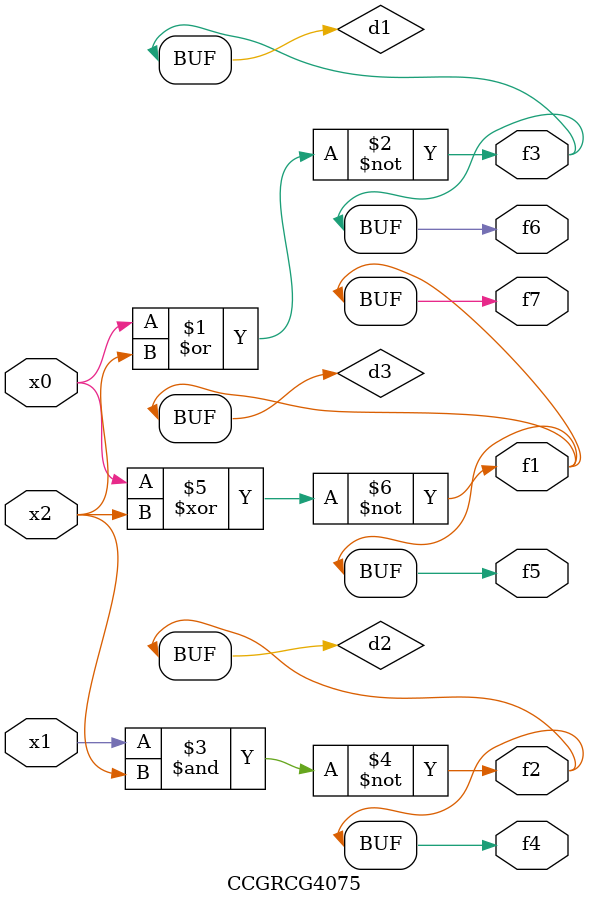
<source format=v>
module CCGRCG4075(
	input x0, x1, x2,
	output f1, f2, f3, f4, f5, f6, f7
);

	wire d1, d2, d3;

	nor (d1, x0, x2);
	nand (d2, x1, x2);
	xnor (d3, x0, x2);
	assign f1 = d3;
	assign f2 = d2;
	assign f3 = d1;
	assign f4 = d2;
	assign f5 = d3;
	assign f6 = d1;
	assign f7 = d3;
endmodule

</source>
